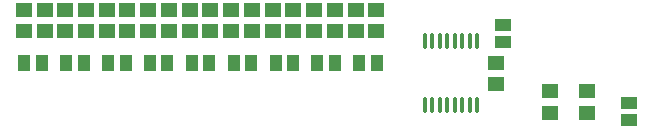
<source format=gtp>
G04*
G04 #@! TF.GenerationSoftware,Altium Limited,Altium Designer,18.0.7 (293)*
G04*
G04 Layer_Color=8421504*
%FSLAX25Y25*%
%MOIN*%
G70*
G01*
G75*
%ADD16R,0.05512X0.04724*%
%ADD17O,0.01378X0.05709*%
%ADD18R,0.04331X0.05512*%
%ADD19R,0.05512X0.04331*%
D16*
X188976Y21063D02*
D03*
Y28150D02*
D03*
X38544Y38681D02*
D03*
Y45768D02*
D03*
X52366Y38681D02*
D03*
Y45768D02*
D03*
X66187Y38681D02*
D03*
Y45768D02*
D03*
X80008Y38681D02*
D03*
Y45768D02*
D03*
X93829Y38681D02*
D03*
Y45768D02*
D03*
X107650Y38681D02*
D03*
Y45768D02*
D03*
X121472Y38681D02*
D03*
Y45768D02*
D03*
X135293Y38681D02*
D03*
Y45768D02*
D03*
X149114Y38681D02*
D03*
Y45768D02*
D03*
X31634D02*
D03*
Y38681D02*
D03*
X45455Y45768D02*
D03*
Y38681D02*
D03*
X59276Y45768D02*
D03*
Y38681D02*
D03*
X73097Y45768D02*
D03*
Y38681D02*
D03*
X86919Y45768D02*
D03*
Y38681D02*
D03*
X100740Y45768D02*
D03*
Y38681D02*
D03*
X114561Y45768D02*
D03*
Y38681D02*
D03*
X128382Y45768D02*
D03*
Y38681D02*
D03*
X142203Y45768D02*
D03*
Y38681D02*
D03*
X207087Y18504D02*
D03*
Y11417D02*
D03*
X219291Y18504D02*
D03*
Y11417D02*
D03*
D17*
X182854Y35433D02*
D03*
X180354D02*
D03*
X177854D02*
D03*
X175354D02*
D03*
X172854D02*
D03*
X170354D02*
D03*
X167854D02*
D03*
X165354D02*
D03*
X182854Y13976D02*
D03*
X180354D02*
D03*
X177854D02*
D03*
X175354D02*
D03*
X172854D02*
D03*
X170354D02*
D03*
X167854D02*
D03*
X165354D02*
D03*
D18*
X37598Y27854D02*
D03*
X31693D02*
D03*
X51575D02*
D03*
X45669D02*
D03*
X65551D02*
D03*
X59646D02*
D03*
X79527D02*
D03*
X73622D02*
D03*
X93504D02*
D03*
X87598D02*
D03*
X107480D02*
D03*
X101575D02*
D03*
X121457D02*
D03*
X115551D02*
D03*
X135433D02*
D03*
X129527D02*
D03*
X149409D02*
D03*
X143504D02*
D03*
D19*
X191339Y40748D02*
D03*
Y34843D02*
D03*
X233268Y14764D02*
D03*
Y8858D02*
D03*
M02*

</source>
